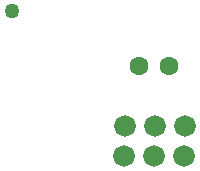
<source format=gbs>
G04*
G04 #@! TF.GenerationSoftware,Altium Limited,CircuitStudio,1.5.2 (30)*
G04*
G04 Layer_Color=26112*
%FSLAX25Y25*%
%MOIN*%
G70*
G01*
G75*
%ADD148C,0.06300*%
%ADD149C,0.07200*%
%ADD150C,0.05000*%
D148*
X5053900Y2867800D02*
D03*
X5043900D02*
D03*
D149*
X5039100Y2847700D02*
D03*
X5039000Y2837700D02*
D03*
X5049000D02*
D03*
X5059000D02*
D03*
X5059100Y2847700D02*
D03*
X5049100D02*
D03*
D150*
X5001600Y2886000D02*
D03*
M02*

</source>
